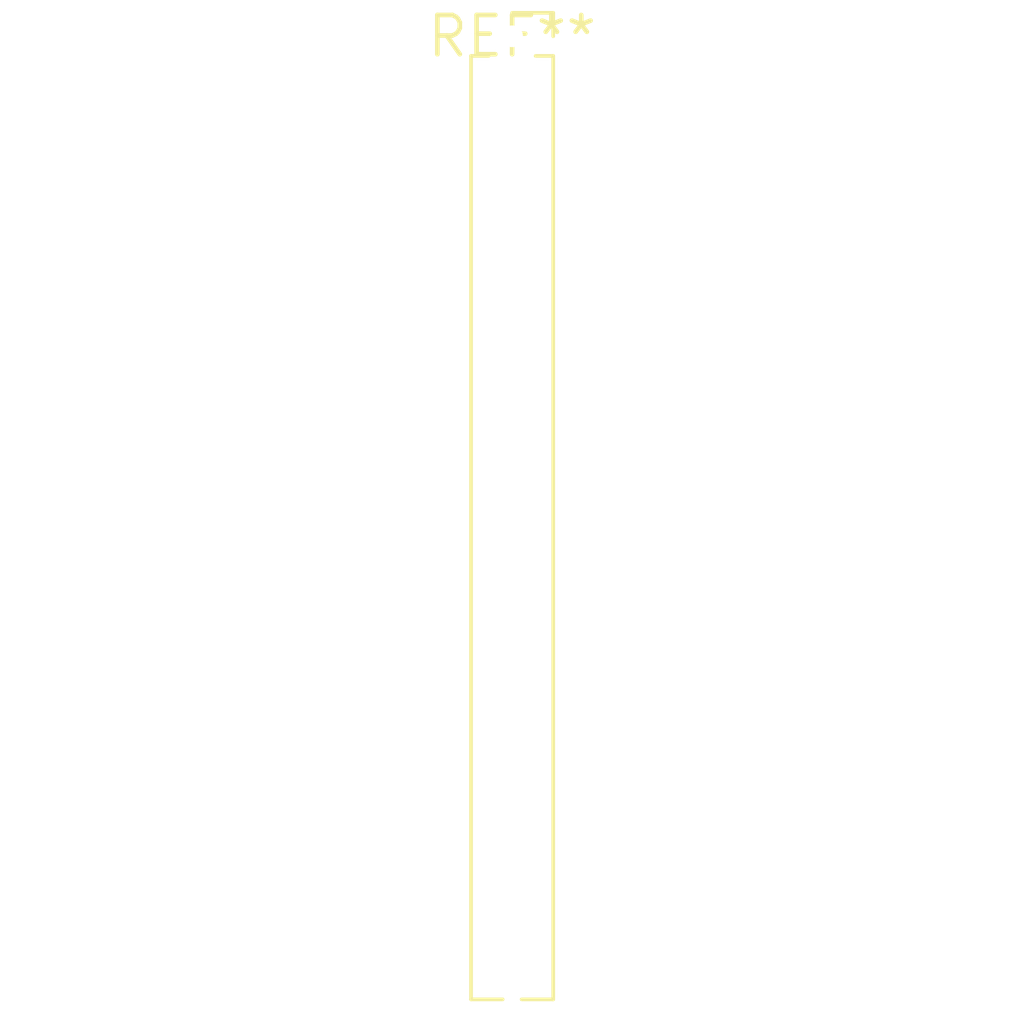
<source format=kicad_pcb>
(kicad_pcb (version 20240108) (generator pcbnew)
  (layers (0 "F.Cu" signal) (31 "B.Cu" signal) (34 "B.Paste" user) (35 "F.Paste" user) (36 "B.SilkS" user "B.Silkscreen") (37 "F.SilkS" user "F.Silkscreen") (38 "B.Mask" user) (39 "F.Mask" user) (44 "Edge.Cuts" user))
  (net 0 "")
  (footprint "PinSocket_1x25_P1.27mm_Vertical" (layer "F.Cu") (at 0 0)
    (property "Reference" "REF**")
    (property "Value" "PinSocket_1x25_P1.27mm_Vertical")
    (fp_line (start -1.33 0.635) (end -1.33 31.175) (layer "F.SilkS") (stroke (width 0.12)))
    (fp_line (start -1.33 0.635) (end -0.76 0.635) (layer "F.SilkS") (stroke (width 0.12)))
    (fp_line (start -1.33 31.175) (end -0.30753 31.175) (layer "F.SilkS") (stroke (width 0.12)))
    (fp_line (start 0 -0.76) (end 1.33 -0.76) (layer "F.SilkS") (stroke (width 0.12)))
    (fp_line (start 0.30753 31.175) (end 1.33 31.175) (layer "F.SilkS") (stroke (width 0.12)))
    (fp_line (start 0.76 0.635) (end 1.33 0.635) (layer "F.SilkS") (stroke (width 0.12)))
    (fp_line (start 1.33 -0.76) (end 1.33 0) (layer "F.SilkS") (stroke (width 0.12)))
    (fp_line (start 1.33 0.635) (end 1.33 31.175) (layer "F.SilkS") (stroke (width 0.12)))
    (pad "1" thru_hole rect (at 0 0) (size 1 1) (drill 0.7) (layers *.Cu *.Mask) (remove_unused_layers))
    (pad "2" thru_hole oval (at 0 1.27) (size 1 1) (drill 0.7) (layers *.Cu *.Mask) (remove_unused_layers))
    (pad "3" thru_hole oval (at 0 2.54) (size 1 1) (drill 0.7) (layers *.Cu *.Mask) (remove_unused_layers))
    (pad "4" thru_hole oval (at 0 3.81) (size 1 1) (drill 0.7) (layers *.Cu *.Mask) (remove_unused_layers))
    (pad "5" thru_hole oval (at 0 5.08) (size 1 1) (drill 0.7) (layers *.Cu *.Mask) (remove_unused_layers))
    (pad "6" thru_hole oval (at 0 6.35) (size 1 1) (drill 0.7) (layers *.Cu *.Mask) (remove_unused_layers))
    (pad "7" thru_hole oval (at 0 7.62) (size 1 1) (drill 0.7) (layers *.Cu *.Mask) (remove_unused_layers))
    (pad "8" thru_hole oval (at 0 8.89) (size 1 1) (drill 0.7) (layers *.Cu *.Mask) (remove_unused_layers))
    (pad "9" thru_hole oval (at 0 10.16) (size 1 1) (drill 0.7) (layers *.Cu *.Mask) (remove_unused_layers))
    (pad "10" thru_hole oval (at 0 11.43) (size 1 1) (drill 0.7) (layers *.Cu *.Mask) (remove_unused_layers))
    (pad "11" thru_hole oval (at 0 12.7) (size 1 1) (drill 0.7) (layers *.Cu *.Mask) (remove_unused_layers))
    (pad "12" thru_hole oval (at 0 13.97) (size 1 1) (drill 0.7) (layers *.Cu *.Mask) (remove_unused_layers))
    (pad "13" thru_hole oval (at 0 15.24) (size 1 1) (drill 0.7) (layers *.Cu *.Mask) (remove_unused_layers))
    (pad "14" thru_hole oval (at 0 16.51) (size 1 1) (drill 0.7) (layers *.Cu *.Mask) (remove_unused_layers))
    (pad "15" thru_hole oval (at 0 17.78) (size 1 1) (drill 0.7) (layers *.Cu *.Mask) (remove_unused_layers))
    (pad "16" thru_hole oval (at 0 19.05) (size 1 1) (drill 0.7) (layers *.Cu *.Mask) (remove_unused_layers))
    (pad "17" thru_hole oval (at 0 20.32) (size 1 1) (drill 0.7) (layers *.Cu *.Mask) (remove_unused_layers))
    (pad "18" thru_hole oval (at 0 21.59) (size 1 1) (drill 0.7) (layers *.Cu *.Mask) (remove_unused_layers))
    (pad "19" thru_hole oval (at 0 22.86) (size 1 1) (drill 0.7) (layers *.Cu *.Mask) (remove_unused_layers))
    (pad "20" thru_hole oval (at 0 24.13) (size 1 1) (drill 0.7) (layers *.Cu *.Mask) (remove_unused_layers))
    (pad "21" thru_hole oval (at 0 25.4) (size 1 1) (drill 0.7) (layers *.Cu *.Mask) (remove_unused_layers))
    (pad "22" thru_hole oval (at 0 26.67) (size 1 1) (drill 0.7) (layers *.Cu *.Mask) (remove_unused_layers))
    (pad "23" thru_hole oval (at 0 27.94) (size 1 1) (drill 0.7) (layers *.Cu *.Mask) (remove_unused_layers))
    (pad "24" thru_hole oval (at 0 29.21) (size 1 1) (drill 0.7) (layers *.Cu *.Mask) (remove_unused_layers))
    (pad "25" thru_hole oval (at 0 30.48) (size 1 1) (drill 0.7) (layers *.Cu *.Mask) (remove_unused_layers))
  )
)
</source>
